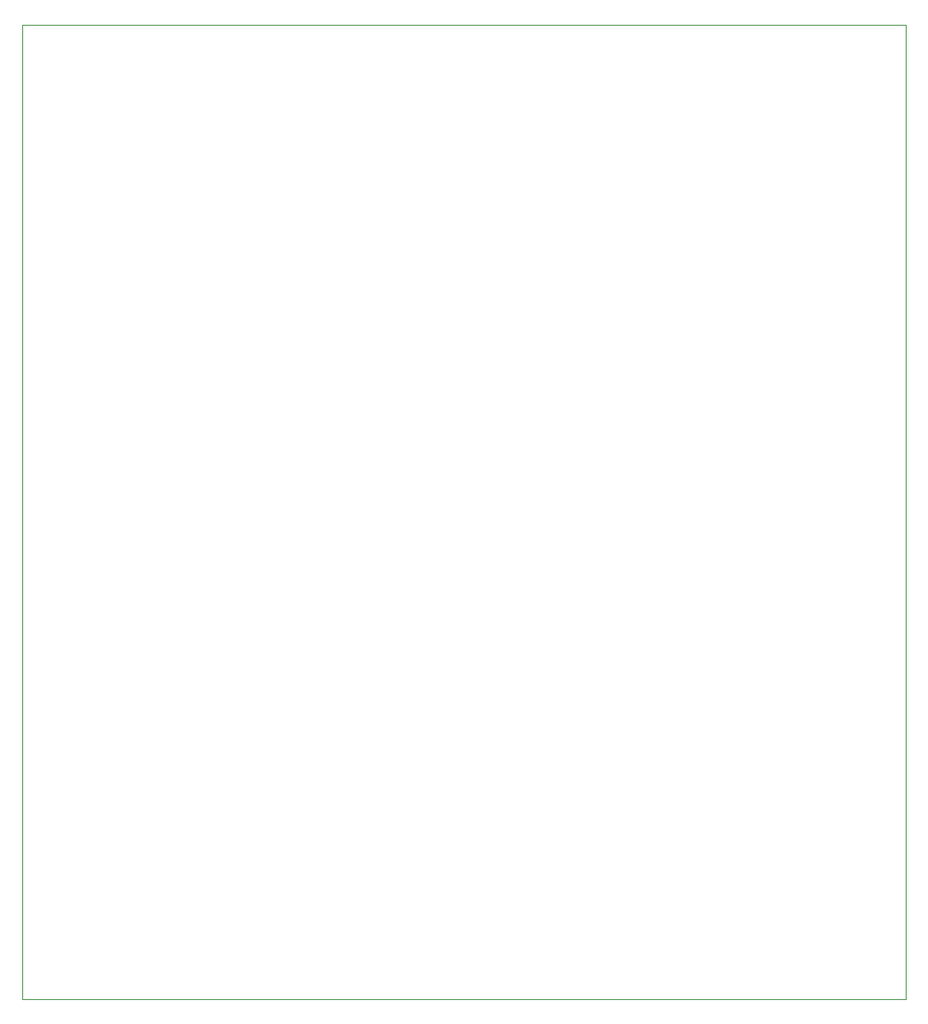
<source format=gbr>
%TF.GenerationSoftware,KiCad,Pcbnew,9.0.7*%
%TF.CreationDate,2026-02-25T21:26:21-06:00*%
%TF.ProjectId,circle_of_life,63697263-6c65-45f6-9f66-5f6c6966652e,rev?*%
%TF.SameCoordinates,Original*%
%TF.FileFunction,Profile,NP*%
%FSLAX46Y46*%
G04 Gerber Fmt 4.6, Leading zero omitted, Abs format (unit mm)*
G04 Created by KiCad (PCBNEW 9.0.7) date 2026-02-25 21:26:21*
%MOMM*%
%LPD*%
G01*
G04 APERTURE LIST*
%TA.AperFunction,Profile*%
%ADD10C,0.050000*%
%TD*%
G04 APERTURE END LIST*
D10*
X86200000Y-103900000D02*
X173600000Y-103900000D01*
X173600000Y-200300000D01*
X86200000Y-200300000D01*
X86200000Y-103900000D01*
M02*

</source>
